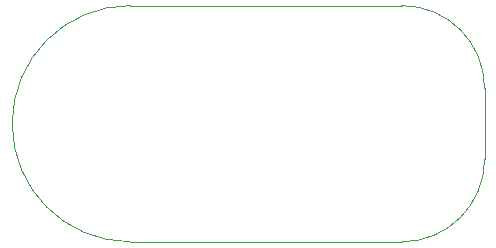
<source format=gbr>
G04 #@! TF.GenerationSoftware,KiCad,Pcbnew,7.0.7*
G04 #@! TF.CreationDate,2024-03-13T12:15:20+01:00*
G04 #@! TF.ProjectId,dictofun,64696374-6f66-4756-9e2e-6b696361645f,rev?*
G04 #@! TF.SameCoordinates,Original*
G04 #@! TF.FileFunction,Profile,NP*
%FSLAX45Y45*%
G04 Gerber Fmt 4.5, Leading zero omitted, Abs format (unit mm)*
G04 Created by KiCad (PCBNEW 7.0.7) date 2024-03-13 12:15:20*
%MOMM*%
%LPD*%
G01*
G04 APERTURE LIST*
G04 #@! TA.AperFunction,Profile*
%ADD10C,0.050000*%
G04 #@! TD*
G04 APERTURE END LIST*
D10*
X14800000Y-8900000D02*
X12500000Y-8900000D01*
X12500000Y-10900000D02*
X14800000Y-10900000D01*
X15500000Y-9600000D02*
G75*
G03*
X14800000Y-8900000I-700000J0D01*
G01*
X12500000Y-8900000D02*
G75*
G03*
X12500000Y-10900000I0J-1000000D01*
G01*
X14800000Y-10900000D02*
G75*
G03*
X15500000Y-10200000I0J700000D01*
G01*
X15500000Y-9600000D02*
X15500000Y-10200000D01*
M02*

</source>
